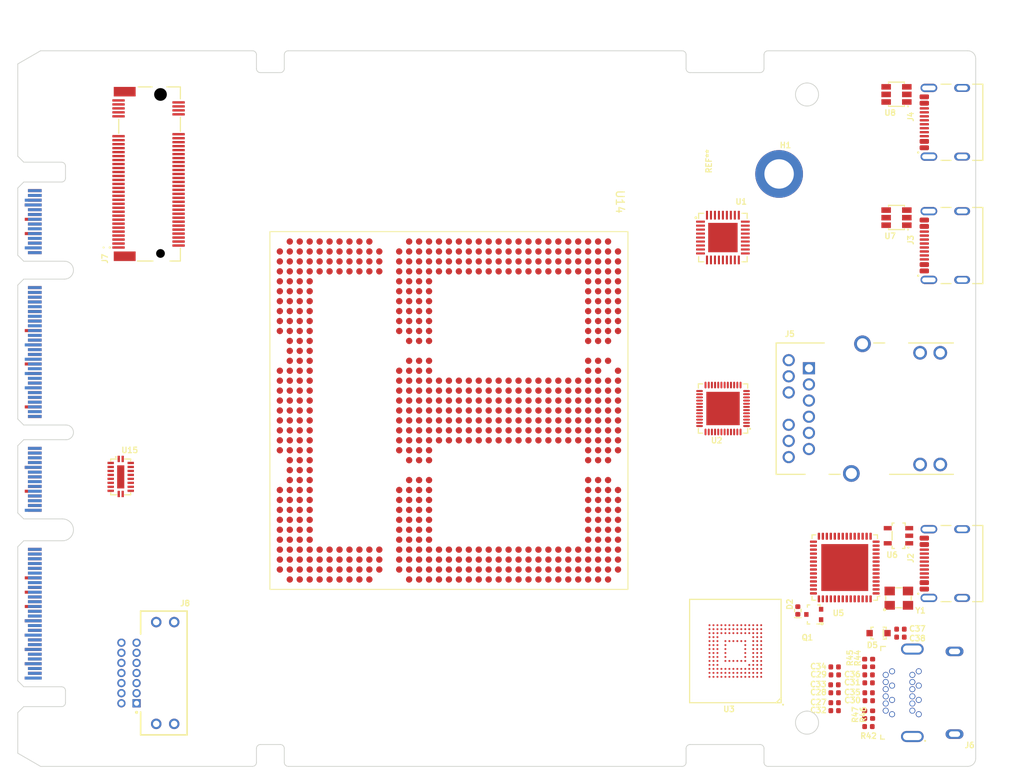
<source format=kicad_pcb>
(kicad_pcb (version 20241229) (generator "pcbnew") (generator_version "9.0")
  (title_block (title "BMC Reference Carrier Board") (date "2025-08-14") (rev "1.0.0"))
  (layers (0 "F.Cu" signal) (4 "In1.Cu" signal) (6 "In2.Cu" signal) (8 "In3.Cu" signal) (10 "In4.Cu" jumper) (12 "In5.Cu" signal) (14 "In6.Cu" signal) (2 "B.Cu" signal) (13 "F.Paste" user) (15 "B.Paste" user) (5 "F.SilkS" user "F.Silkscreen") (7 "B.SilkS" user "B.Silkscreen") (1 "F.Mask" user) (3 "B.Mask" user) (25 "Edge.Cuts" user))
  (net 0 "")
  (net 1 "GND")
  (net 12 "/Front panel USB/VCORE")
  (net 38 "/Front panel USB/FTDI_3V3")
  (net 56 "/Front panel USB/VPLL")
  (net 64 "/Front panel USB/VPHY")
  (net 83 "Net-(C11-Pad1)")
  (net 100 "/Front panel USB/XI")
  (net 107 "/Front panel USB/XO")
  (net 132 "/Front panel USB/USB2_VBUS")
  (net 133 "+5V")
  (net 134 "/Front panel USB/USB0_VBUS")
  (net 135 "/Front panel USB/USB1_VBUS")
  (net 136 "Net-(C23-Pad1)")
  (net 137 "Net-(C24-Pad1)")
  (net 138 "Net-(J5-TRCT1)")
  (net 139 "Net-(C26-Pad2)")
  (net 140 "/Front panel Video/DP.TXD0+")
  (net 141 "/Front panel Video/TXD0+")
  (net 142 "/Front panel Video/DP.TXD1+")
  (net 143 "/Front panel Video/TXD1+")
  (net 144 "/Front panel Video/DP.TXD2+")
  (net 145 "/Front panel Video/TXD2+")
  (net 146 "/Front panel Video/TXD3+")
  (net 147 "/Front panel Video/DP.TXD3+")
  (net 148 "/Front panel Video/DP.AUX+")
  (net 149 "/Front panel Video/AUX+")
  (net 150 "/Front panel Video/TXD0-")
  (net 151 "/Front panel Video/DP.TXD0-")
  (net 152 "/Front panel Video/DP.TXD1-")
  (net 153 "/Front panel Video/TXD1-")
  (net 154 "/Front panel Video/TXD2-")
  (net 155 "/Front panel Video/DP.TXD2-")
  (net 156 "/Front panel Video/DP.TXD3-")
  (net 157 "/Front panel Video/TXD3-")
  (net 158 "/Front panel Video/AUX-")
  (net 159 "/Front panel Video/DP.AUX-")
  (net 160 "/Front panel Video/DP_PWR")
  (net 161 "Net-(D2-A)")
  (net 162 "Net-(D2-C)")
  (net 163 "/Front panel Video/3V3_DP")
  (net 164 "/DC-SCM 2.1 connector/DC_SCM_P3V0")
  (net 165 "/DC-SCM 2.1 connector/DC_SCM_12V_AUX")
  (net 166 "/DC-SCM 2.1 connector/DC_SCM_PRSNT0_N")
  (net 167 "/DC-SCM 2.1 connector/DC_SCM_STBY_RDY")
  (net 168 "/DC-SCM 2.1 connector/DC_SCM_STBY_EN")
  (net 169 "/DC-SCM 2.1 connector/DC_SCM_STBY_RST_N")
  (net 170 "/DC-SCM 2.1 connector/DC_SCM_INTRUSION_N")
  (net 172 "/Front panel USB/USB2_CC1")
  (net 173 "/Front panel USB/USB2_D+")
  (net 174 "/Front panel USB/USB2_CC2")
  (net 175 "/Front panel USB/USB2_D-")
  (net 177 "/DC-SCM 2.1 connector/DC_SCM_USB1.D-")
  (net 178 "/DC-SCM 2.1 connector/DC_SCM_USB1.D+")
  (net 179 "/Front panel USB/USB0_CC2")
  (net 180 "/Front panel USB/USB0_CC1")
  (net 184 "/Front panel USB/USB1.D-")
  (net 185 "/Front panel USB/USB1_CC1")
  (net 186 "/Front panel USB/USB1.D+")
  (net 187 "/Front panel USB/USB1_CC2")
  (net 189 "Net-(J5-Pad14)")
  (net 190 "/Front panel Ethernet/ETH_LED2_G")
  (net 191 "Net-(J5-Pad16)")
  (net 192 "/Ethernet PHY/ETHERNET.MDI2+")
  (net 193 "/Front panel Ethernet/ETH_LED1_G")
  (net 194 "/Ethernet PHY/ETHERNET.MDI0-")
  (net 195 "/Ethernet PHY/ETHERNET.MDI3+")
  (net 196 "/Ethernet PHY/ETHERNET.MDI2-")
  (net 197 "/Ethernet PHY/ETHERNET.MDI1+")
  (net 198 "/Ethernet PHY/ETHERNET.MDI3-")
  (net 199 "/Ethernet PHY/ETHERNET.MDI1-")
  (net 200 "/Ethernet PHY/ETHERNET.MDI0+")
  (net 201 "/Front panel Video/CFG2")
  (net 202 "/Front panel Video/CFG1")
  (net 203 "/Front panel Video/HPD")
  (net 204 "Net-(Q1-G)")
  (net 205 "/OSM L/OSM_SDIO_A.CMD")
  (net 206 "/OSM L/OSM_SDIO_A.STRB")
  (net 207 "/OSM L/OSM_SDIO_A.DAT7")
  (net 208 "/OSM L/OSM_SDIO_A.DAT6")
  (net 209 "/OSM L/OSM_SDIO_A.DAT5")
  (net 210 "/OSM L/OSM_SDIO_A.DAT4")
  (net 211 "/OSM L/OSM_SDIO_A.DAT3")
  (net 212 "/OSM L/OSM_SDIO_A.DAT2")
  (net 213 "/OSM L/OSM_SDIO_A.DAT1")
  (net 214 "/OSM L/OSM_SDIO_A.DAT0")
  (net 215 "Net-(U5-~{RESET})")
  (net 216 "Net-(U5-REF)")
  (net 217 "Net-(U5-BDBUS0)")
  (net 218 "Net-(U5-BDBUS1)")
  (net 219 "Net-(U5-CDBUS0)")
  (net 220 "Net-(U5-CDBUS1)")
  (net 221 "Net-(U7-EN)")
  (net 222 "Net-(U8-EN)")
  (net 223 "/Front panel USB/USBC0_FLG")
  (net 224 "/Front panel USB/USBC1_FLG")
  (net 225 "Net-(U7-ISET)")
  (net 226 "Net-(U8-ISET)")
  (net 227 "/Front panel Video/DP.HPD")
  (net 228 "/Front panel USB/JTAG_RST")
  (net 230 "Net-(U1-VDDA33-Pad10)")
  (net 234 "Net-(U1-VDD33-Pad15)")
  (net 265 "Net-(U2A-AVDD10-Pad4)")
  (net 288 "Net-(U2A-AVDD33-Pad1)")
  (net 300 "Net-(U3A-VCC-PadE6)")
  (net 303 "Net-(U3A-VCCQ-PadC6)")
  (net 304 "/OSM L/OSM_SDIO_A.~{RST}")
  (net 315 "/OSM L/OSM_SDIO_A.CLK")
  (net 321 "/Front panel USB/JTAG.TDI")
  (net 326 "/Front panel USB/JTAG.TMS")
  (net 329 "/Front panel USB/JTAG.TCK")
  (net 341 "/Front panel USB/JTAG.TDO")
  (net 359 "Net-(U14A-GND-PadA10)")
  (net 408 "Net-(U14A-VCC_IN_5V-PadAE4)")
  (net 683 "Net-(U14A-V_BAT-PadAA18)")
  (net 859 "+3V3")
  (net 860 "Net-(J7-MP-PadMP1)")
  (net 862 "Net-(J7-GND-Pad1)")
  (net 864 "Net-(J7-3V3-Pad12)")
  (net 921 "/PCIe - USB Mux/pcie_usb_mux_sel")
  (net 922 "/PCIe - USB Mux/PCIe{slash}USB.RX+")
  (net 923 "/OSM L/OSM_USB_C_SS.TX+")
  (net 924 "/OSM L/OSM_USB_C_SS.RX+")
  (net 925 "/OSM L/OSM_PCIe_A.RX+")
  (net 926 "/PCIe - USB Mux/PCIe{slash}USB.TX+")
  (net 927 "/PCIe - USB Mux/PCIe{slash}USB.RX-")
  (net 928 "/OSM L/OSM_PCIe_A.TX+")
  (net 929 "/OSM L/OSM_PCIe_A.TX-")
  (net 930 "/OSM L/OSM_USB_C_SS.TX-")
  (net 931 "/OSM L/OSM_USB_C_SS.RX-")
  (net 932 "/PCIe - USB Mux/PCIe{slash}USB.TX-")
  (net 933 "/OSM L/OSM_PCIe_A.RX-")
  (footprint "antmicro-footprints:C_0402_1005Metric" (layer "F.Cu") (at 197.73 121.75 180)
    (property "Reference" "C28")
    (property "Value" "C_100n_0402")
  )
  (footprint "antmicro-footprints:RJ45_BEL_L834-1G1T-S7" (layer "F.Cu") (at 194.5 80.936 90)
    (property "Reference" "J5")
    (property "Value" "L834-1G1T-S7")
  )
  (footprint "antmicro-footprints:TSOT23-6" (layer "F.Cu") (at 205.5 62 180)
    (property "Reference" "U7")
    (property "Value" "AP22615A_TSOT26")
  )
  (footprint "antmicro-footprints:USB-C_Receptacle_GCT_USB4105-GF-A" (layer "F.Cu") (at 212.5 65.5 90)
    (property "Reference" "J3")
    (property "Value" "USB-C_GCT_USB4105-GF-A")
  )
  (footprint "antmicro-footprints:BGA-196-153_11.5x13mm_Layout14x14_P0.5x0.5mm" (layer "F.Cu") (at 185.249 116.499 180)
    (property "Reference" "U3")
    (property "Value" "SDINBDG4-8G")
  )
  (footprint "antmicro-footprints:TSOT23-6" (layer "F.Cu") (at 205.5 46.5 180)
    (property "Reference" "U8")
    (property "Value" "AP22615A_TSOT26")
  )
  (footprint "antmicro-footprints:DisplayPort-Mini_Receptacle_TE_2129320-3" (layer "F.Cu") (at 208.3 124.45 90)
    (property "Reference" "J6")
    (property "Value" "DisplayPort-Mini_TE_2129320-3")
  )
  (footprint "antmicro-footprints:C_0402_1005Metric" (layer "F.Cu") (at 202.02 122.75 180)
    (property "Reference" "C30")
    (property "Value" "C_100n_0402")
  )
  (footprint "antmicro-footprints:C_0402_1005Metric" (layer "F.Cu") (at 202 120.5 180)
    (property "Reference" "C31")
    (property "Value" "C_100n_0402")
  )
  (footprint "antmicro-footprints:OSM-L_Carrier-side" (layer "F.Cu") (at 171.75 63.75 -90)
    (property "Reference" "U14")
    (property "Value" "OSM-L_Carrier-side")
  )
  (footprint "antmicro-footprints:C_0402_1005Metric" (layer "F.Cu") (at 197.71 120.75 180)
    (property "Reference" "C33")
    (property "Value" "C_100n_0402")
  )
  (footprint "antmicro-footprints:USB-C_Receptacle_GCT_USB4105-GF-A" (layer "F.Cu") (at 212.5 105.5 90)
    (property "Reference" "J2")
    (property "Value" "USB-C_GCT_USB4105-GF-A")
  )
  (footprint "antmicro-footprints:R_0402_1005Metric" (layer "F.Cu") (at 202.5 118 90)
    (property "Reference" "R44")
    (property "Value" "R_100k_0402")
  )
  (footprint "antmicro-footprints:Mech_M2_2280_H2.5mm" (layer "F.Cu") (at 191.225 56.5005 -90)
    (property "Reference" "REF**")
    (property "Value" "Mech_M2_2280_H2.5mm")
  )
  (footprint "antmicro-footprints:LED_0402_1005Metric_G" (layer "F.Cu") (at 193.101 111.4 90)
    (property "Reference" "D2")
    (property "Value" "LED_G_0402_VLMTG1500-GS08")
  )
  (footprint "antmicro-footprints:SOT-23-5" (layer "F.Cu") (at 205.75 102 180)
    (property "Reference" "U6")
    (property "Value" "NCP718BSN330T1G")
  )
  (footprint "antmicro-footprints:C_0402_1005Metric" (layer "F.Cu") (at 197.73 124 180)
    (property "Reference" "C32")
    (property "Value" "C_100n_0402")
  )
  (footprint "antmicro-footprints:C_0402_1005Metric" (layer "F.Cu") (at 197.73 123 180)
    (property "Reference" "C27")
    (property "Value" "C_100n_0402")
  )
  (footprint "antmicro-footprints:QFN-56-1EP_8x8mm_P0.5mm" (layer "F.Cu") (at 199 106 180)
    (property "Reference" "U5")
    (property "Value" "FT4232H_VQFN")
  )
  (footprint "antmicro-footprints:Resonator_SMD_Abracon_ABM8G_3.2x2.5mm" (layer "F.Cu") (at 205.75 109.801)
    (property "Reference" "Y1")
    (property "Value" "Resonator_12MHz_ABM8G")
  )
  (footprint "antmicro-footprints:C_0402_1005Metric" (layer "F.Cu") (at 206 113.75 180)
    (property "Reference" "C37")
    (property "Value" "C_4u7_6.3V_0402")
  )
  (footprint "antmicro-footprints:Bus_M.2_Socket_Key_M_TE_1-2199230-6" (layer "F.Cu") (at 111.5 56.5 90)
    (property "Reference" "J7")
    (property "Value" "Bus_M.2_1-2199230-6")
  )
  (footprint "antmicro-footprints:DHVQFN-20-1EP_2.5x4.5_P0.5mm" (layer "F.Cu") (at 108 94.6)
    (property "Reference" "U15")
    (property "Value" "CBTL02043ABQ")
  )
  (footprint "antmicro-footprints:R_0402_1005Metric" (layer "F.Cu") (at 201.5 118 -90)
    (property "Reference" "R45")
    (property "Value" "R_100k_0402")
  )
  (footprint "antmicro-footprints:SOT-323" (layer "F.Cu") (at 195.101 111.9 180)
    (property "Reference" "Q1")
    (property "Value" "BSS84AKW")
  )
  (footprint "antmicro-footprints:USB-C_Receptacle_GCT_USB4105-GF-A" (layer "F.Cu") (at 212.5 50 90)
    (property "Reference" "J4")
    (property "Value" "USB-C_GCT_USB4105-GF-A")
  )
  (footprint "antmicro-footprints:C_0402_1005Metric" (layer "F.Cu") (at 197.73 118.5 180)
    (property "Reference" "C34")
    (property "Value" "C_100n_0402")
  )
  (footprint "antmicro-footprints:PCB-Edge_DC-SCM_2x84_Rev-1-0" (layer "F.Cu") (at 97 89 -90)
    (property "Reference" "J1" (hide yes))
    (property "Value" "PCB-Edge_DC-SCM-2.1_2x84_Rev-1-1")
  )
  (footprint "antmicro-footprints:C_0402_1005Metric" (layer "F.Cu") (at 206 114.75 180)
    (property "Reference" "C38")
    (property "Value" "C_4u7_6.3V_0402")
  )
  (footprint "antmicro-footprints:C_0402_1005Metric" (layer "F.Cu") (at 202 121.75 180)
    (property "Reference" "C35")
    (property "Value" "C_100n_0402")
  )
  (footprint "antmicro-footprints:C_0402_1005Metric" (layer "F.Cu") (at 202 119.5 180)
    (property "Reference" "C36")
    (property "Value" "C_100n_0402")
  )
  (footprint "antmicro-footprints:C_0402_1005Metric" (layer "F.Cu") (at 197.75 119.5 180)
    (property "Reference" "C29")
    (property "Value" "C_100n_0402")
  )
  (footprint "antmicro-footprints:Socket_Samtec_TFM_2x7_TFM-107-01-X-D-RE1-WT" (layer "F.Cu") (at 109.04 119.2625 -90)
    (property "Reference" "J8")
    (property "Value" "TFM-107-01-X-D-RE1-WT")
  )
  (footprint "antmicro-footprints:D_SOD-323" (layer "F.Cu") (at 203.25 114.25 180)
    (property "Reference" "D5")
    (property "Value" "1N4148WS-7-F")
  )
  (footprint "antmicro-footprints:Spacer_Drill3.7mm_H2.5mm_9774025151R" (layer "F.Cu") (at 190.75 56.5005)
    (property "Reference" "H1")
    (property "Value" "Spacer_Drill3.7mm_H2.5mm_9774025151R")
  )
  (footprint "antmicro-footprints:QFN-48-1EP_6x6mm" (layer "F.Cu") (at 183.7 86 180)
    (property "Reference" "U2")
    (property "Value" "RTL8211FS-CG")
  )
  (footprint "antmicro-footprints:R_0402_1005Metric" (layer "F.Cu") (at 202.5 124.5 90)
    (property "Reference" "R46")
    (property "Value" "R_1M_0402")
  )
  (footprint "antmicro-footprints:QFN-36-1EP_6x6mm_P0.5mm_EP3.7x3.7mm" (layer "F.Cu") (at 183.685 64.5)
    (property "Reference" "U1")
    (property "Value" "USB2514B-I_M2")
  )
  (footprint "antmicro-footprints:R_0402_1005Metric" (layer "F.Cu") (at 201.98 126 180)
    (property "Reference" "R42")
    (property "Value" "R_51k_0402")
  )
  (footprint "antmicro-footprints:R_0402_1005Metric" (layer "F.Cu") (at 201.5 124.5 90)
    (property "Reference" "R47")
    (property "Value" "R_1M_0402")
  )
  (gr_line (start 188.852 130.507995) (end 188.852 128.758) (stroke (width 0.1)) (layer "Edge.Cuts"))
  (gr_line (start 179.560001 43.758) (end 188.351999 43.758) (stroke (width 0.1)) (layer "Edge.Cuts"))
  (gr_line (start 95.06 87.325) (end 95.06 70.475) (stroke (width 0.1)) (layer "Edge.Cuts"))
  (gr_line (start 95.06 90.675) (end 95.81 89.925) (stroke (width 0.1)) (layer "Edge.Cuts"))
  (gr_arc (start 188.852 43.257995) (mid 188.705553 43.611553) (end 188.351999 43.758) (stroke (width 0.1)) (layer "Edge.Cuts"))
  (gr_line (start 125.06 130.508) (end 125.06 128.757995) (stroke (width 0.1)) (layer "Edge.Cuts"))
  (gr_line (start 128.56 41.507995) (end 128.56 43.257995) (stroke (width 0.1)) (layer "Edge.Cuts"))
  (gr_arc (start 214.46 41.008) (mid 215.167107 41.300893) (end 215.46 42.008) (stroke (width 0.1)) (layer "Edge.Cuts"))
  (gr_line (start 128.56 130.507995) (end 128.56 128.758) (stroke (width 0.1)) (layer "Edge.Cuts"))
  (gr_line (start 95.06 90.675) (end 95.06 99.135) (stroke (width 0.1)) (layer "Edge.Cuts"))
  (gr_arc (start 128.06 128.258) (mid 128.413553 128.404447) (end 128.56 128.758) (stroke (width 0.1)) (layer "Edge.Cuts"))
  (gr_line (start 95.81 55.02) (end 100.56 55.02) (stroke (width 0.1)) (layer "Edge.Cuts"))
  (gr_line (start 215.46 130.007995) (end 215.46 42.008) (stroke (width 0.1)) (layer "Edge.Cuts"))
  (gr_arc (start 189.352 131.008) (mid 188.998447 130.861553) (end 188.852 130.507995) (stroke (width 0.1)) (layer "Edge.Cuts"))
  (gr_line (start 214.46 41.008) (end 189.349764 41.008) (stroke (width 0.1)) (layer "Edge.Cuts"))
  (gr_arc (start 188.852 41.507995) (mid 188.998447 41.154447) (end 189.349764 41.008) (stroke (width 0.1)) (layer "Edge.Cuts"))
  (gr_line (start 95.06 66.725) (end 95.06 58.27) (stroke (width 0.1)) (layer "Edge.Cuts"))
  (gr_line (start 188.852 41.507995) (end 188.852 43.257999) (stroke (width 0.1)) (layer "Edge.Cuts"))
  (gr_line (start 95.81 89.925) (end 101.135 89.925) (stroke (width 0.1)) (layer "Edge.Cuts"))
  (gr_line (start 95.81 55.02) (end 95.06 54.27) (stroke (width 0.1)) (layer "Edge.Cuts"))
  (gr_line (start 95.06 103.385) (end 95.06 120.245) (stroke (width 0.1)) (layer "Edge.Cuts"))
  (gr_arc (start 100.685 99.885) (mid 102.06 101.26) (end 100.685 102.63499) (stroke (width 0.1)) (layer "Edge.Cuts"))
  (gr_arc (start 194.26 45.058) (mid 195.71 46.508) (end 194.26 47.958) (stroke (width 0.1)) (layer "Edge.Cuts"))
  (gr_line (start 95.06 42.664995) (end 97.93 41.008) (stroke (width 0.1)) (layer "Edge.Cuts"))
  (gr_line (start 189.352 131.008) (end 214.46 131.008) (stroke (width 0.1)) (layer "Edge.Cuts"))
  (gr_arc (start 128.56 41.507995) (mid 128.706447 41.154447) (end 129.06 41.008) (stroke (width 0.1)) (layer "Edge.Cuts"))
  (gr_arc (start 125.56 43.758) (mid 125.206447 43.611553) (end 125.06 43.257995) (stroke (width 0.1)) (layer "Edge.Cuts"))
  (gr_line (start 128.06 128.258) (end 125.56 128.258) (stroke (width 0.1)) (layer "Edge.Cuts"))
  (gr_line (start 95.06 120.245) (end 95.81 120.995) (stroke (width 0.1)) (layer "Edge.Cuts"))
  (gr_arc (start 178.56 41.008) (mid 178.913553 41.154447) (end 179.06 41.508001) (stroke (width 0.1)) (layer "Edge.Cuts"))
  (gr_arc (start 179.06 130.507995) (mid 178.913553 130.861553) (end 178.56 131.007995) (stroke (width 0.1)) (layer "Edge.Cuts"))
  (gr_arc (start 100.935 67.475) (mid 102.06 68.6) (end 100.935 69.72499) (stroke (width 0.1)) (layer "Edge.Cuts"))
  (gr_line (start 101.06 122.994995) (end 101.06 121.495) (stroke (width 0.1)) (layer "Edge.Cuts"))
  (gr_arc (start 179.56 43.758) (mid 179.206447 43.611553) (end 179.06 43.257995) (stroke (width 0.1)) (layer "Edge.Cuts"))
  (gr_arc (start 128.56 43.257995) (mid 128.413553 43.611553) (end 128.06 43.757995) (stroke (width 0.1)) (layer "Edge.Cuts"))
  (gr_line (start 95.81 102.635) (end 100.685 102.635) (stroke (width 0.1)) (layer "Edge.Cuts"))
  (gr_line (start 178.56 41.008) (end 129.06 41.008) (stroke (width 0.1)) (layer "Edge.Cuts"))
  (gr_line (start 95.06 66.725) (end 95.81 67.475) (stroke (width 0.1)) (layer "Edge.Cuts"))
  (gr_line (start 95.06 70.475) (end 95.81 69.725) (stroke (width 0.1)) (layer "Edge.Cuts"))
  (gr_line (start 97.93 131.008) (end 95.06 129.351005) (stroke (width 0.1)) (layer "Edge.Cuts"))
  (gr_line (start 188.352 128.258) (end 179.557764 128.258) (stroke (width 0.1)) (layer "Edge.Cuts"))
  (gr_arc (start 101.06 122.994995) (mid 100.913553 123.348553) (end 100.56 123.494995) (stroke (width 0.1)) (layer "Edge.Cuts"))
  (gr_arc (start 101.135 88.075) (mid 102.06 89) (end 101.135 89.92499) (stroke (width 0.1)) (layer "Edge.Cuts"))
  (gr_line (start 95.81 120.995) (end 100.56 120.995) (stroke (width 0.1)) (layer "Edge.Cuts"))
  (gr_arc (start 179.06 128.757995) (mid 179.206447 128.404447) (end 179.557764 128.258) (stroke (width 0.1)) (layer "Edge.Cuts"))
  (gr_line (start 95.81 123.495) (end 95.06 124.245) (stroke (width 0.1)) (layer "Edge.Cuts"))
  (gr_arc (start 129.06 131.008) (mid 128.706447 130.861553) (end 128.56 130.507999) (stroke (width 0.1)) (layer "Edge.Cuts"))
  (gr_line (start 95.81 99.885) (end 95.06 99.135) (stroke (width 0.1)) (layer "Edge.Cuts"))
  (gr_line (start 125.56 43.758) (end 128.06 43.758) (stroke (width 0.1)) (layer "Edge.Cuts"))
  (gr_arc (start 215.46 130.008) (mid 215.167107 130.715107) (end 214.46 131.007995) (stroke (width 0.1)) (layer "Edge.Cuts"))
  (gr_arc (start 188.352 128.258) (mid 188.705553 128.404447) (end 188.852 128.758) (stroke (width 0.1)) (layer "Edge.Cuts"))
  (gr_arc (start 125.06 130.508) (mid 124.913553 130.861553) (end 124.56 131.007995) (stroke (width 0.1)) (layer "Edge.Cuts"))
  (gr_arc (start 194.26 47.958) (mid 192.81 46.508) (end 194.26 45.058) (stroke (width 0.1)) (layer "Edge.Cuts"))
  (gr_arc (start 100.559999 55.02) (mid 100.913553 55.166447) (end 101.06 55.520001) (stroke (width 0.1)) (layer "Edge.Cuts"))
  (gr_line (start 129.06 131.008) (end 178.56 131.008) (stroke (width 0.1)) (layer "Edge.Cuts"))
  (gr_line (start 95.81 102.635) (end 95.06 103.385) (stroke (width 0.1)) (layer "Edge.Cuts"))
  (gr_arc (start 124.559999 41.008) (mid 124.913553 41.154447) (end 125.06 41.508001) (stroke (width 0.1)) (layer "Edge.Cuts"))
  (gr_arc (start 194.26 126.958) (mid 192.81 125.508) (end 194.26 124.058) (stroke (width 0.1)) (layer "Edge.Cuts"))
  (gr_line (start 95.81 69.725) (end 100.935 69.725) (stroke (width 0.1)) (layer "Edge.Cuts"))
  (gr_arc (start 194.26 124.058) (mid 195.71 125.508) (end 194.26 126.958) (stroke (width 0.1)) (layer "Edge.Cuts"))
  (gr_arc (start 101.06 57.019999) (mid 100.913553 57.373553) (end 100.559999 57.52) (stroke (width 0.1)) (layer "Edge.Cuts"))
  (gr_line (start 125.06 41.508) (end 125.06 43.257995) (stroke (width 0.1)) (layer "Edge.Cuts"))
  (gr_line (start 95.81 67.475) (end 100.935 67.475) (stroke (width 0.1)) (layer "Edge.Cuts"))
  (gr_line (start 95.81 99.885) (end 100.685 99.885) (stroke (width 0.1)) (layer "Edge.Cuts"))
  (gr_line (start 124.56 41.008) (end 97.93 41.008) (stroke (width 0.1)) (layer "Edge.Cuts"))
  (gr_line (start 95.81 57.52) (end 95.06 58.27) (stroke (width 0.1)) (layer "Edge.Cuts"))
  (gr_line (start 179.06 130.507995) (end 179.06 128.757995) (stroke (width 0.1)) (layer "Edge.Cuts"))
  (gr_line (start 95.81 88.075) (end 101.135 88.075) (stroke (width 0.1)) (layer "Edge.Cuts"))
  (gr_line (start 95.81 123.495) (end 100.56 123.495) (stroke (width 0.1)) (layer "Edge.Cuts"))
  (gr_arc (start 125.06 128.757995) (mid 125.206447 128.404447) (end 125.56 128.258) (stroke (width 0.1)) (layer "Edge.Cuts"))
  (gr_line (start 95.06 87.325) (end 95.81 88.08) (stroke (width 0.1)) (layer "Edge.Cuts"))
  (gr_arc (start 100.56 120.995) (mid 100.913553 121.141447) (end 101.06 121.495) (stroke (width 0.1)) (layer "Edge.Cuts"))
  (gr_line (start 95.06 42.664995) (end 95.06 54.27) (stroke (width 0.1)) (layer "Edge.Cuts"))
  (gr_line (start 95.06 129.351005) (end 95.06 124.245) (stroke (width 0.1)) (layer "Edge.Cuts"))
  (gr_line (start 101.06 57.019995) (end 101.06 55.520001) (stroke (width 0.1)) (layer "Edge.Cuts"))
  (gr_line (start 179.06 41.508001) (end 179.06 43.257995) (stroke (width 0.1)) (layer "Edge.Cuts"))
  (gr_line (start 97.93 131.008) (end 124.56 131.008) (stroke (width 0.1)) (layer "Edge.Cuts"))
  (gr_line (start 95.81 57.52) (end 100.559999 57.52) (stroke (width 0.1)) (layer "Edge.Cuts"))
)
</source>
